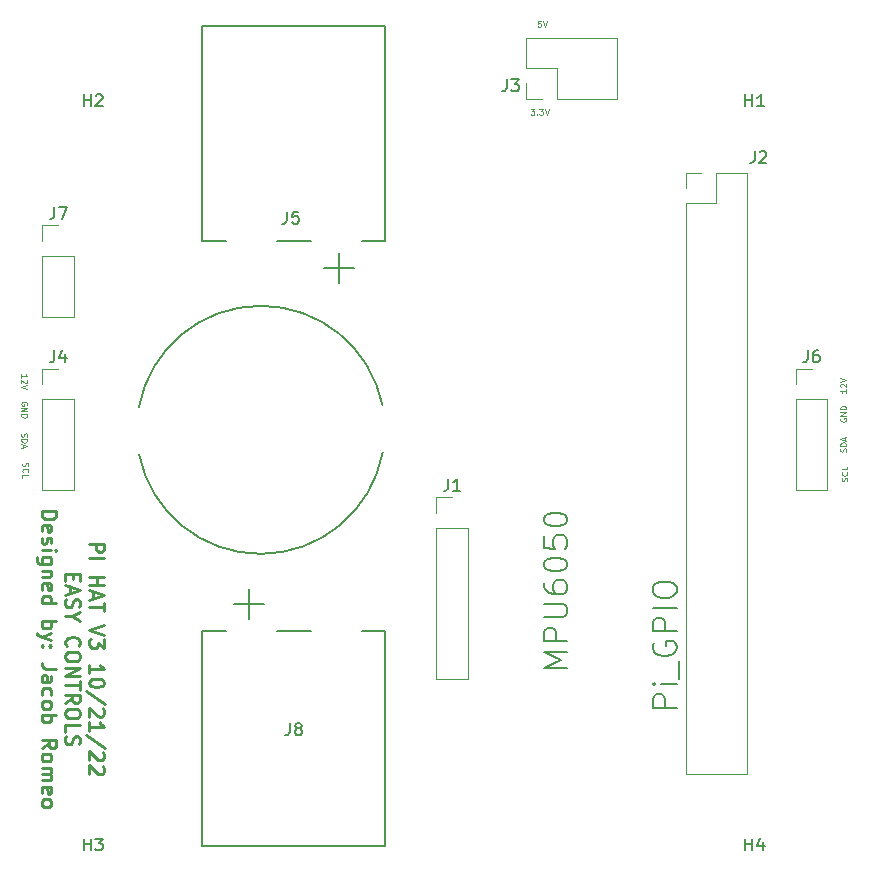
<source format=gbr>
%TF.GenerationSoftware,KiCad,Pcbnew,6.0.8-f2edbf62ab~116~ubuntu22.04.1*%
%TF.CreationDate,2022-11-02T14:53:59-04:00*%
%TF.ProjectId,Pi_HAT_V3,50695f48-4154-45f5-9633-2e6b69636164,rev?*%
%TF.SameCoordinates,Original*%
%TF.FileFunction,Legend,Top*%
%TF.FilePolarity,Positive*%
%FSLAX46Y46*%
G04 Gerber Fmt 4.6, Leading zero omitted, Abs format (unit mm)*
G04 Created by KiCad (PCBNEW 6.0.8-f2edbf62ab~116~ubuntu22.04.1) date 2022-11-02 14:53:59*
%MOMM*%
%LPD*%
G01*
G04 APERTURE LIST*
%ADD10C,0.150000*%
%ADD11C,0.100000*%
%ADD12C,0.250000*%
%ADD13C,0.120000*%
%ADD14C,0.127000*%
G04 APERTURE END LIST*
D10*
X139654761Y-120023809D02*
X137654761Y-120023809D01*
X139083333Y-119357142D01*
X137654761Y-118690476D01*
X139654761Y-118690476D01*
X139654761Y-117738095D02*
X137654761Y-117738095D01*
X137654761Y-116976190D01*
X137750000Y-116785714D01*
X137845238Y-116690476D01*
X138035714Y-116595238D01*
X138321428Y-116595238D01*
X138511904Y-116690476D01*
X138607142Y-116785714D01*
X138702380Y-116976190D01*
X138702380Y-117738095D01*
X137654761Y-115738095D02*
X139273809Y-115738095D01*
X139464285Y-115642857D01*
X139559523Y-115547619D01*
X139654761Y-115357142D01*
X139654761Y-114976190D01*
X139559523Y-114785714D01*
X139464285Y-114690476D01*
X139273809Y-114595238D01*
X137654761Y-114595238D01*
X137654761Y-112785714D02*
X137654761Y-113166666D01*
X137750000Y-113357142D01*
X137845238Y-113452380D01*
X138130952Y-113642857D01*
X138511904Y-113738095D01*
X139273809Y-113738095D01*
X139464285Y-113642857D01*
X139559523Y-113547619D01*
X139654761Y-113357142D01*
X139654761Y-112976190D01*
X139559523Y-112785714D01*
X139464285Y-112690476D01*
X139273809Y-112595238D01*
X138797619Y-112595238D01*
X138607142Y-112690476D01*
X138511904Y-112785714D01*
X138416666Y-112976190D01*
X138416666Y-113357142D01*
X138511904Y-113547619D01*
X138607142Y-113642857D01*
X138797619Y-113738095D01*
X137654761Y-111357142D02*
X137654761Y-111166666D01*
X137750000Y-110976190D01*
X137845238Y-110880952D01*
X138035714Y-110785714D01*
X138416666Y-110690476D01*
X138892857Y-110690476D01*
X139273809Y-110785714D01*
X139464285Y-110880952D01*
X139559523Y-110976190D01*
X139654761Y-111166666D01*
X139654761Y-111357142D01*
X139559523Y-111547619D01*
X139464285Y-111642857D01*
X139273809Y-111738095D01*
X138892857Y-111833333D01*
X138416666Y-111833333D01*
X138035714Y-111738095D01*
X137845238Y-111642857D01*
X137750000Y-111547619D01*
X137654761Y-111357142D01*
X137654761Y-108880952D02*
X137654761Y-109833333D01*
X138607142Y-109928571D01*
X138511904Y-109833333D01*
X138416666Y-109642857D01*
X138416666Y-109166666D01*
X138511904Y-108976190D01*
X138607142Y-108880952D01*
X138797619Y-108785714D01*
X139273809Y-108785714D01*
X139464285Y-108880952D01*
X139559523Y-108976190D01*
X139654761Y-109166666D01*
X139654761Y-109642857D01*
X139559523Y-109833333D01*
X139464285Y-109928571D01*
X137654761Y-107547619D02*
X137654761Y-107357142D01*
X137750000Y-107166666D01*
X137845238Y-107071428D01*
X138035714Y-106976190D01*
X138416666Y-106880952D01*
X138892857Y-106880952D01*
X139273809Y-106976190D01*
X139464285Y-107071428D01*
X139559523Y-107166666D01*
X139654761Y-107357142D01*
X139654761Y-107547619D01*
X139559523Y-107738095D01*
X139464285Y-107833333D01*
X139273809Y-107928571D01*
X138892857Y-108023809D01*
X138416666Y-108023809D01*
X138035714Y-107928571D01*
X137845238Y-107833333D01*
X137750000Y-107738095D01*
X137654761Y-107547619D01*
D11*
X136561904Y-72676190D02*
X136871428Y-72676190D01*
X136704761Y-72866666D01*
X136776190Y-72866666D01*
X136823809Y-72890476D01*
X136847619Y-72914285D01*
X136871428Y-72961904D01*
X136871428Y-73080952D01*
X136847619Y-73128571D01*
X136823809Y-73152380D01*
X136776190Y-73176190D01*
X136633333Y-73176190D01*
X136585714Y-73152380D01*
X136561904Y-73128571D01*
X137085714Y-73128571D02*
X137109523Y-73152380D01*
X137085714Y-73176190D01*
X137061904Y-73152380D01*
X137085714Y-73128571D01*
X137085714Y-73176190D01*
X137276190Y-72676190D02*
X137585714Y-72676190D01*
X137419047Y-72866666D01*
X137490476Y-72866666D01*
X137538095Y-72890476D01*
X137561904Y-72914285D01*
X137585714Y-72961904D01*
X137585714Y-73080952D01*
X137561904Y-73128571D01*
X137538095Y-73152380D01*
X137490476Y-73176190D01*
X137347619Y-73176190D01*
X137300000Y-73152380D01*
X137276190Y-73128571D01*
X137728571Y-72676190D02*
X137895238Y-73176190D01*
X138061904Y-72676190D01*
X137404761Y-65226190D02*
X137166666Y-65226190D01*
X137142857Y-65464285D01*
X137166666Y-65440476D01*
X137214285Y-65416666D01*
X137333333Y-65416666D01*
X137380952Y-65440476D01*
X137404761Y-65464285D01*
X137428571Y-65511904D01*
X137428571Y-65630952D01*
X137404761Y-65678571D01*
X137380952Y-65702380D01*
X137333333Y-65726190D01*
X137214285Y-65726190D01*
X137166666Y-65702380D01*
X137142857Y-65678571D01*
X137571428Y-65226190D02*
X137738095Y-65726190D01*
X137904761Y-65226190D01*
X163352380Y-104195238D02*
X163376190Y-104123809D01*
X163376190Y-104004761D01*
X163352380Y-103957142D01*
X163328571Y-103933333D01*
X163280952Y-103909523D01*
X163233333Y-103909523D01*
X163185714Y-103933333D01*
X163161904Y-103957142D01*
X163138095Y-104004761D01*
X163114285Y-104100000D01*
X163090476Y-104147619D01*
X163066666Y-104171428D01*
X163019047Y-104195238D01*
X162971428Y-104195238D01*
X162923809Y-104171428D01*
X162900000Y-104147619D01*
X162876190Y-104100000D01*
X162876190Y-103980952D01*
X162900000Y-103909523D01*
X163328571Y-103409523D02*
X163352380Y-103433333D01*
X163376190Y-103504761D01*
X163376190Y-103552380D01*
X163352380Y-103623809D01*
X163304761Y-103671428D01*
X163257142Y-103695238D01*
X163161904Y-103719047D01*
X163090476Y-103719047D01*
X162995238Y-103695238D01*
X162947619Y-103671428D01*
X162900000Y-103623809D01*
X162876190Y-103552380D01*
X162876190Y-103504761D01*
X162900000Y-103433333D01*
X162923809Y-103409523D01*
X163376190Y-102957142D02*
X163376190Y-103195238D01*
X162876190Y-103195238D01*
X93900000Y-97769047D02*
X93923809Y-97721428D01*
X93923809Y-97650000D01*
X93900000Y-97578571D01*
X93852380Y-97530952D01*
X93804761Y-97507142D01*
X93709523Y-97483333D01*
X93638095Y-97483333D01*
X93542857Y-97507142D01*
X93495238Y-97530952D01*
X93447619Y-97578571D01*
X93423809Y-97650000D01*
X93423809Y-97697619D01*
X93447619Y-97769047D01*
X93471428Y-97792857D01*
X93638095Y-97792857D01*
X93638095Y-97697619D01*
X93423809Y-98007142D02*
X93923809Y-98007142D01*
X93423809Y-98292857D01*
X93923809Y-98292857D01*
X93423809Y-98530952D02*
X93923809Y-98530952D01*
X93923809Y-98650000D01*
X93900000Y-98721428D01*
X93852380Y-98769047D01*
X93804761Y-98792857D01*
X93709523Y-98816666D01*
X93638095Y-98816666D01*
X93542857Y-98792857D01*
X93495238Y-98769047D01*
X93447619Y-98721428D01*
X93423809Y-98650000D01*
X93423809Y-98530952D01*
X163252380Y-101707142D02*
X163276190Y-101635714D01*
X163276190Y-101516666D01*
X163252380Y-101469047D01*
X163228571Y-101445238D01*
X163180952Y-101421428D01*
X163133333Y-101421428D01*
X163085714Y-101445238D01*
X163061904Y-101469047D01*
X163038095Y-101516666D01*
X163014285Y-101611904D01*
X162990476Y-101659523D01*
X162966666Y-101683333D01*
X162919047Y-101707142D01*
X162871428Y-101707142D01*
X162823809Y-101683333D01*
X162800000Y-101659523D01*
X162776190Y-101611904D01*
X162776190Y-101492857D01*
X162800000Y-101421428D01*
X163276190Y-101207142D02*
X162776190Y-101207142D01*
X162776190Y-101088095D01*
X162800000Y-101016666D01*
X162847619Y-100969047D01*
X162895238Y-100945238D01*
X162990476Y-100921428D01*
X163061904Y-100921428D01*
X163157142Y-100945238D01*
X163204761Y-100969047D01*
X163252380Y-101016666D01*
X163276190Y-101088095D01*
X163276190Y-101207142D01*
X163133333Y-100730952D02*
X163133333Y-100492857D01*
X163276190Y-100778571D02*
X162776190Y-100611904D01*
X163276190Y-100445238D01*
X93423809Y-95440476D02*
X93423809Y-95154761D01*
X93423809Y-95297619D02*
X93923809Y-95297619D01*
X93852380Y-95250000D01*
X93804761Y-95202380D01*
X93780952Y-95154761D01*
X93876190Y-95630952D02*
X93900000Y-95654761D01*
X93923809Y-95702380D01*
X93923809Y-95821428D01*
X93900000Y-95869047D01*
X93876190Y-95892857D01*
X93828571Y-95916666D01*
X93780952Y-95916666D01*
X93709523Y-95892857D01*
X93423809Y-95607142D01*
X93423809Y-95916666D01*
X93923809Y-96059523D02*
X93423809Y-96226190D01*
X93923809Y-96392857D01*
X93447619Y-100142857D02*
X93423809Y-100214285D01*
X93423809Y-100333333D01*
X93447619Y-100380952D01*
X93471428Y-100404761D01*
X93519047Y-100428571D01*
X93566666Y-100428571D01*
X93614285Y-100404761D01*
X93638095Y-100380952D01*
X93661904Y-100333333D01*
X93685714Y-100238095D01*
X93709523Y-100190476D01*
X93733333Y-100166666D01*
X93780952Y-100142857D01*
X93828571Y-100142857D01*
X93876190Y-100166666D01*
X93900000Y-100190476D01*
X93923809Y-100238095D01*
X93923809Y-100357142D01*
X93900000Y-100428571D01*
X93423809Y-100642857D02*
X93923809Y-100642857D01*
X93923809Y-100761904D01*
X93900000Y-100833333D01*
X93852380Y-100880952D01*
X93804761Y-100904761D01*
X93709523Y-100928571D01*
X93638095Y-100928571D01*
X93542857Y-100904761D01*
X93495238Y-100880952D01*
X93447619Y-100833333D01*
X93423809Y-100761904D01*
X93423809Y-100642857D01*
X93566666Y-101119047D02*
X93566666Y-101357142D01*
X93423809Y-101071428D02*
X93923809Y-101238095D01*
X93423809Y-101404761D01*
X93547619Y-102654761D02*
X93523809Y-102726190D01*
X93523809Y-102845238D01*
X93547619Y-102892857D01*
X93571428Y-102916666D01*
X93619047Y-102940476D01*
X93666666Y-102940476D01*
X93714285Y-102916666D01*
X93738095Y-102892857D01*
X93761904Y-102845238D01*
X93785714Y-102750000D01*
X93809523Y-102702380D01*
X93833333Y-102678571D01*
X93880952Y-102654761D01*
X93928571Y-102654761D01*
X93976190Y-102678571D01*
X94000000Y-102702380D01*
X94023809Y-102750000D01*
X94023809Y-102869047D01*
X94000000Y-102940476D01*
X93571428Y-103440476D02*
X93547619Y-103416666D01*
X93523809Y-103345238D01*
X93523809Y-103297619D01*
X93547619Y-103226190D01*
X93595238Y-103178571D01*
X93642857Y-103154761D01*
X93738095Y-103130952D01*
X93809523Y-103130952D01*
X93904761Y-103154761D01*
X93952380Y-103178571D01*
X94000000Y-103226190D01*
X94023809Y-103297619D01*
X94023809Y-103345238D01*
X94000000Y-103416666D01*
X93976190Y-103440476D01*
X93523809Y-103892857D02*
X93523809Y-103654761D01*
X94023809Y-103654761D01*
X162800000Y-98880952D02*
X162776190Y-98928571D01*
X162776190Y-99000000D01*
X162800000Y-99071428D01*
X162847619Y-99119047D01*
X162895238Y-99142857D01*
X162990476Y-99166666D01*
X163061904Y-99166666D01*
X163157142Y-99142857D01*
X163204761Y-99119047D01*
X163252380Y-99071428D01*
X163276190Y-99000000D01*
X163276190Y-98952380D01*
X163252380Y-98880952D01*
X163228571Y-98857142D01*
X163061904Y-98857142D01*
X163061904Y-98952380D01*
X163276190Y-98642857D02*
X162776190Y-98642857D01*
X163276190Y-98357142D01*
X162776190Y-98357142D01*
X163276190Y-98119047D02*
X162776190Y-98119047D01*
X162776190Y-98000000D01*
X162800000Y-97928571D01*
X162847619Y-97880952D01*
X162895238Y-97857142D01*
X162990476Y-97833333D01*
X163061904Y-97833333D01*
X163157142Y-97857142D01*
X163204761Y-97880952D01*
X163252380Y-97928571D01*
X163276190Y-98000000D01*
X163276190Y-98119047D01*
X163276190Y-96409523D02*
X163276190Y-96695238D01*
X163276190Y-96552380D02*
X162776190Y-96552380D01*
X162847619Y-96600000D01*
X162895238Y-96647619D01*
X162919047Y-96695238D01*
X162823809Y-96219047D02*
X162800000Y-96195238D01*
X162776190Y-96147619D01*
X162776190Y-96028571D01*
X162800000Y-95980952D01*
X162823809Y-95957142D01*
X162871428Y-95933333D01*
X162919047Y-95933333D01*
X162990476Y-95957142D01*
X163276190Y-96242857D01*
X163276190Y-95933333D01*
X162776190Y-95790476D02*
X163276190Y-95623809D01*
X162776190Y-95457142D01*
D12*
X99172023Y-109492857D02*
X100422023Y-109492857D01*
X100422023Y-109969047D01*
X100362500Y-110088095D01*
X100302976Y-110147619D01*
X100183928Y-110207142D01*
X100005357Y-110207142D01*
X99886309Y-110147619D01*
X99826785Y-110088095D01*
X99767261Y-109969047D01*
X99767261Y-109492857D01*
X99172023Y-110742857D02*
X100422023Y-110742857D01*
X99172023Y-112290476D02*
X100422023Y-112290476D01*
X99826785Y-112290476D02*
X99826785Y-113004761D01*
X99172023Y-113004761D02*
X100422023Y-113004761D01*
X99529166Y-113540476D02*
X99529166Y-114135714D01*
X99172023Y-113421428D02*
X100422023Y-113838095D01*
X99172023Y-114254761D01*
X100422023Y-114492857D02*
X100422023Y-115207142D01*
X99172023Y-114850000D02*
X100422023Y-114850000D01*
X100422023Y-116397619D02*
X99172023Y-116814285D01*
X100422023Y-117230952D01*
X100422023Y-117528571D02*
X100422023Y-118302380D01*
X99945833Y-117885714D01*
X99945833Y-118064285D01*
X99886309Y-118183333D01*
X99826785Y-118242857D01*
X99707738Y-118302380D01*
X99410119Y-118302380D01*
X99291071Y-118242857D01*
X99231547Y-118183333D01*
X99172023Y-118064285D01*
X99172023Y-117707142D01*
X99231547Y-117588095D01*
X99291071Y-117528571D01*
X99172023Y-120445238D02*
X99172023Y-119730952D01*
X99172023Y-120088095D02*
X100422023Y-120088095D01*
X100243452Y-119969047D01*
X100124404Y-119849999D01*
X100064880Y-119730952D01*
X100422023Y-121219047D02*
X100422023Y-121338095D01*
X100362500Y-121457142D01*
X100302976Y-121516666D01*
X100183928Y-121576190D01*
X99945833Y-121635714D01*
X99648214Y-121635714D01*
X99410119Y-121576190D01*
X99291071Y-121516666D01*
X99231547Y-121457142D01*
X99172023Y-121338095D01*
X99172023Y-121219047D01*
X99231547Y-121099999D01*
X99291071Y-121040476D01*
X99410119Y-120980952D01*
X99648214Y-120921428D01*
X99945833Y-120921428D01*
X100183928Y-120980952D01*
X100302976Y-121040476D01*
X100362500Y-121099999D01*
X100422023Y-121219047D01*
X100481547Y-123064285D02*
X98874404Y-121992857D01*
X100302976Y-123421428D02*
X100362500Y-123480952D01*
X100422023Y-123599999D01*
X100422023Y-123897619D01*
X100362500Y-124016666D01*
X100302976Y-124076190D01*
X100183928Y-124135714D01*
X100064880Y-124135714D01*
X99886309Y-124076190D01*
X99172023Y-123361904D01*
X99172023Y-124135714D01*
X99172023Y-125326190D02*
X99172023Y-124611904D01*
X99172023Y-124969047D02*
X100422023Y-124969047D01*
X100243452Y-124849999D01*
X100124404Y-124730952D01*
X100064880Y-124611904D01*
X100481547Y-126754761D02*
X98874404Y-125683333D01*
X100302976Y-127111904D02*
X100362500Y-127171428D01*
X100422023Y-127290476D01*
X100422023Y-127588095D01*
X100362500Y-127707142D01*
X100302976Y-127766666D01*
X100183928Y-127826190D01*
X100064880Y-127826190D01*
X99886309Y-127766666D01*
X99172023Y-127052380D01*
X99172023Y-127826190D01*
X100302976Y-128302380D02*
X100362500Y-128361904D01*
X100422023Y-128480952D01*
X100422023Y-128778571D01*
X100362500Y-128897619D01*
X100302976Y-128957142D01*
X100183928Y-129016666D01*
X100064880Y-129016666D01*
X99886309Y-128957142D01*
X99172023Y-128242857D01*
X99172023Y-129016666D01*
X97814285Y-112022619D02*
X97814285Y-112439285D01*
X97159523Y-112617857D02*
X97159523Y-112022619D01*
X98409523Y-112022619D01*
X98409523Y-112617857D01*
X97516666Y-113094047D02*
X97516666Y-113689285D01*
X97159523Y-112975000D02*
X98409523Y-113391666D01*
X97159523Y-113808333D01*
X97219047Y-114165476D02*
X97159523Y-114344047D01*
X97159523Y-114641666D01*
X97219047Y-114760714D01*
X97278571Y-114820238D01*
X97397619Y-114879761D01*
X97516666Y-114879761D01*
X97635714Y-114820238D01*
X97695238Y-114760714D01*
X97754761Y-114641666D01*
X97814285Y-114403571D01*
X97873809Y-114284523D01*
X97933333Y-114225000D01*
X98052380Y-114165476D01*
X98171428Y-114165476D01*
X98290476Y-114225000D01*
X98350000Y-114284523D01*
X98409523Y-114403571D01*
X98409523Y-114701190D01*
X98350000Y-114879761D01*
X97754761Y-115653571D02*
X97159523Y-115653571D01*
X98409523Y-115236904D02*
X97754761Y-115653571D01*
X98409523Y-116070238D01*
X97278571Y-118153571D02*
X97219047Y-118094047D01*
X97159523Y-117915476D01*
X97159523Y-117796428D01*
X97219047Y-117617857D01*
X97338095Y-117498809D01*
X97457142Y-117439285D01*
X97695238Y-117379761D01*
X97873809Y-117379761D01*
X98111904Y-117439285D01*
X98230952Y-117498809D01*
X98350000Y-117617857D01*
X98409523Y-117796428D01*
X98409523Y-117915476D01*
X98350000Y-118094047D01*
X98290476Y-118153571D01*
X98409523Y-118927380D02*
X98409523Y-119165476D01*
X98350000Y-119284523D01*
X98230952Y-119403571D01*
X97992857Y-119463095D01*
X97576190Y-119463095D01*
X97338095Y-119403571D01*
X97219047Y-119284523D01*
X97159523Y-119165476D01*
X97159523Y-118927380D01*
X97219047Y-118808333D01*
X97338095Y-118689285D01*
X97576190Y-118629761D01*
X97992857Y-118629761D01*
X98230952Y-118689285D01*
X98350000Y-118808333D01*
X98409523Y-118927380D01*
X97159523Y-119998809D02*
X98409523Y-119998809D01*
X97159523Y-120713095D01*
X98409523Y-120713095D01*
X98409523Y-121129761D02*
X98409523Y-121844047D01*
X97159523Y-121486904D02*
X98409523Y-121486904D01*
X97159523Y-122975000D02*
X97754761Y-122558333D01*
X97159523Y-122260714D02*
X98409523Y-122260714D01*
X98409523Y-122736904D01*
X98350000Y-122855952D01*
X98290476Y-122915476D01*
X98171428Y-122975000D01*
X97992857Y-122975000D01*
X97873809Y-122915476D01*
X97814285Y-122855952D01*
X97754761Y-122736904D01*
X97754761Y-122260714D01*
X98409523Y-123748809D02*
X98409523Y-123986904D01*
X98350000Y-124105952D01*
X98230952Y-124225000D01*
X97992857Y-124284523D01*
X97576190Y-124284523D01*
X97338095Y-124225000D01*
X97219047Y-124105952D01*
X97159523Y-123986904D01*
X97159523Y-123748809D01*
X97219047Y-123629761D01*
X97338095Y-123510714D01*
X97576190Y-123451190D01*
X97992857Y-123451190D01*
X98230952Y-123510714D01*
X98350000Y-123629761D01*
X98409523Y-123748809D01*
X97159523Y-125415476D02*
X97159523Y-124820238D01*
X98409523Y-124820238D01*
X97219047Y-125772619D02*
X97159523Y-125951190D01*
X97159523Y-126248809D01*
X97219047Y-126367857D01*
X97278571Y-126427380D01*
X97397619Y-126486904D01*
X97516666Y-126486904D01*
X97635714Y-126427380D01*
X97695238Y-126367857D01*
X97754761Y-126248809D01*
X97814285Y-126010714D01*
X97873809Y-125891666D01*
X97933333Y-125832142D01*
X98052380Y-125772619D01*
X98171428Y-125772619D01*
X98290476Y-125832142D01*
X98350000Y-125891666D01*
X98409523Y-126010714D01*
X98409523Y-126308333D01*
X98350000Y-126486904D01*
X95147023Y-106725000D02*
X96397023Y-106725000D01*
X96397023Y-107022619D01*
X96337500Y-107201190D01*
X96218452Y-107320238D01*
X96099404Y-107379761D01*
X95861309Y-107439285D01*
X95682738Y-107439285D01*
X95444642Y-107379761D01*
X95325595Y-107320238D01*
X95206547Y-107201190D01*
X95147023Y-107022619D01*
X95147023Y-106725000D01*
X95206547Y-108451190D02*
X95147023Y-108332142D01*
X95147023Y-108094047D01*
X95206547Y-107975000D01*
X95325595Y-107915476D01*
X95801785Y-107915476D01*
X95920833Y-107975000D01*
X95980357Y-108094047D01*
X95980357Y-108332142D01*
X95920833Y-108451190D01*
X95801785Y-108510714D01*
X95682738Y-108510714D01*
X95563690Y-107915476D01*
X95206547Y-108986904D02*
X95147023Y-109105952D01*
X95147023Y-109344047D01*
X95206547Y-109463095D01*
X95325595Y-109522619D01*
X95385119Y-109522619D01*
X95504166Y-109463095D01*
X95563690Y-109344047D01*
X95563690Y-109165476D01*
X95623214Y-109046428D01*
X95742261Y-108986904D01*
X95801785Y-108986904D01*
X95920833Y-109046428D01*
X95980357Y-109165476D01*
X95980357Y-109344047D01*
X95920833Y-109463095D01*
X95147023Y-110058333D02*
X95980357Y-110058333D01*
X96397023Y-110058333D02*
X96337500Y-109998809D01*
X96277976Y-110058333D01*
X96337500Y-110117857D01*
X96397023Y-110058333D01*
X96277976Y-110058333D01*
X95980357Y-111189285D02*
X94968452Y-111189285D01*
X94849404Y-111129761D01*
X94789880Y-111070238D01*
X94730357Y-110951190D01*
X94730357Y-110772619D01*
X94789880Y-110653571D01*
X95206547Y-111189285D02*
X95147023Y-111070238D01*
X95147023Y-110832142D01*
X95206547Y-110713095D01*
X95266071Y-110653571D01*
X95385119Y-110594047D01*
X95742261Y-110594047D01*
X95861309Y-110653571D01*
X95920833Y-110713095D01*
X95980357Y-110832142D01*
X95980357Y-111070238D01*
X95920833Y-111189285D01*
X95980357Y-111784523D02*
X95147023Y-111784523D01*
X95861309Y-111784523D02*
X95920833Y-111844047D01*
X95980357Y-111963095D01*
X95980357Y-112141666D01*
X95920833Y-112260714D01*
X95801785Y-112320238D01*
X95147023Y-112320238D01*
X95206547Y-113391666D02*
X95147023Y-113272619D01*
X95147023Y-113034523D01*
X95206547Y-112915476D01*
X95325595Y-112855952D01*
X95801785Y-112855952D01*
X95920833Y-112915476D01*
X95980357Y-113034523D01*
X95980357Y-113272619D01*
X95920833Y-113391666D01*
X95801785Y-113451190D01*
X95682738Y-113451190D01*
X95563690Y-112855952D01*
X95147023Y-114522619D02*
X96397023Y-114522619D01*
X95206547Y-114522619D02*
X95147023Y-114403571D01*
X95147023Y-114165476D01*
X95206547Y-114046428D01*
X95266071Y-113986904D01*
X95385119Y-113927380D01*
X95742261Y-113927380D01*
X95861309Y-113986904D01*
X95920833Y-114046428D01*
X95980357Y-114165476D01*
X95980357Y-114403571D01*
X95920833Y-114522619D01*
X95147023Y-116070238D02*
X96397023Y-116070238D01*
X95920833Y-116070238D02*
X95980357Y-116189285D01*
X95980357Y-116427380D01*
X95920833Y-116546428D01*
X95861309Y-116605952D01*
X95742261Y-116665476D01*
X95385119Y-116665476D01*
X95266071Y-116605952D01*
X95206547Y-116546428D01*
X95147023Y-116427380D01*
X95147023Y-116189285D01*
X95206547Y-116070238D01*
X95980357Y-117082142D02*
X95147023Y-117379761D01*
X95980357Y-117677380D02*
X95147023Y-117379761D01*
X94849404Y-117260714D01*
X94789880Y-117201190D01*
X94730357Y-117082142D01*
X95266071Y-118153571D02*
X95206547Y-118213095D01*
X95147023Y-118153571D01*
X95206547Y-118094047D01*
X95266071Y-118153571D01*
X95147023Y-118153571D01*
X95920833Y-118153571D02*
X95861309Y-118213095D01*
X95801785Y-118153571D01*
X95861309Y-118094047D01*
X95920833Y-118153571D01*
X95801785Y-118153571D01*
X96397023Y-120058333D02*
X95504166Y-120058333D01*
X95325595Y-119998809D01*
X95206547Y-119879761D01*
X95147023Y-119701190D01*
X95147023Y-119582142D01*
X95147023Y-121189285D02*
X95801785Y-121189285D01*
X95920833Y-121129761D01*
X95980357Y-121010714D01*
X95980357Y-120772619D01*
X95920833Y-120653571D01*
X95206547Y-121189285D02*
X95147023Y-121070238D01*
X95147023Y-120772619D01*
X95206547Y-120653571D01*
X95325595Y-120594047D01*
X95444642Y-120594047D01*
X95563690Y-120653571D01*
X95623214Y-120772619D01*
X95623214Y-121070238D01*
X95682738Y-121189285D01*
X95206547Y-122320238D02*
X95147023Y-122201190D01*
X95147023Y-121963095D01*
X95206547Y-121844047D01*
X95266071Y-121784523D01*
X95385119Y-121725000D01*
X95742261Y-121725000D01*
X95861309Y-121784523D01*
X95920833Y-121844047D01*
X95980357Y-121963095D01*
X95980357Y-122201190D01*
X95920833Y-122320238D01*
X95147023Y-123034523D02*
X95206547Y-122915476D01*
X95266071Y-122855952D01*
X95385119Y-122796428D01*
X95742261Y-122796428D01*
X95861309Y-122855952D01*
X95920833Y-122915476D01*
X95980357Y-123034523D01*
X95980357Y-123213095D01*
X95920833Y-123332142D01*
X95861309Y-123391666D01*
X95742261Y-123451190D01*
X95385119Y-123451190D01*
X95266071Y-123391666D01*
X95206547Y-123332142D01*
X95147023Y-123213095D01*
X95147023Y-123034523D01*
X95147023Y-123986904D02*
X96397023Y-123986904D01*
X95920833Y-123986904D02*
X95980357Y-124105952D01*
X95980357Y-124344047D01*
X95920833Y-124463095D01*
X95861309Y-124522619D01*
X95742261Y-124582142D01*
X95385119Y-124582142D01*
X95266071Y-124522619D01*
X95206547Y-124463095D01*
X95147023Y-124344047D01*
X95147023Y-124105952D01*
X95206547Y-123986904D01*
X95147023Y-126784523D02*
X95742261Y-126367857D01*
X95147023Y-126070238D02*
X96397023Y-126070238D01*
X96397023Y-126546428D01*
X96337500Y-126665476D01*
X96277976Y-126725000D01*
X96158928Y-126784523D01*
X95980357Y-126784523D01*
X95861309Y-126725000D01*
X95801785Y-126665476D01*
X95742261Y-126546428D01*
X95742261Y-126070238D01*
X95147023Y-127498809D02*
X95206547Y-127379761D01*
X95266071Y-127320238D01*
X95385119Y-127260714D01*
X95742261Y-127260714D01*
X95861309Y-127320238D01*
X95920833Y-127379761D01*
X95980357Y-127498809D01*
X95980357Y-127677380D01*
X95920833Y-127796428D01*
X95861309Y-127855952D01*
X95742261Y-127915476D01*
X95385119Y-127915476D01*
X95266071Y-127855952D01*
X95206547Y-127796428D01*
X95147023Y-127677380D01*
X95147023Y-127498809D01*
X95147023Y-128451190D02*
X95980357Y-128451190D01*
X95861309Y-128451190D02*
X95920833Y-128510714D01*
X95980357Y-128629761D01*
X95980357Y-128808333D01*
X95920833Y-128927380D01*
X95801785Y-128986904D01*
X95147023Y-128986904D01*
X95801785Y-128986904D02*
X95920833Y-129046428D01*
X95980357Y-129165476D01*
X95980357Y-129344047D01*
X95920833Y-129463095D01*
X95801785Y-129522619D01*
X95147023Y-129522619D01*
X95206547Y-130594047D02*
X95147023Y-130475000D01*
X95147023Y-130236904D01*
X95206547Y-130117857D01*
X95325595Y-130058333D01*
X95801785Y-130058333D01*
X95920833Y-130117857D01*
X95980357Y-130236904D01*
X95980357Y-130475000D01*
X95920833Y-130594047D01*
X95801785Y-130653571D01*
X95682738Y-130653571D01*
X95563690Y-130058333D01*
X95147023Y-131367857D02*
X95206547Y-131248809D01*
X95266071Y-131189285D01*
X95385119Y-131129761D01*
X95742261Y-131129761D01*
X95861309Y-131189285D01*
X95920833Y-131248809D01*
X95980357Y-131367857D01*
X95980357Y-131546428D01*
X95920833Y-131665476D01*
X95861309Y-131725000D01*
X95742261Y-131784523D01*
X95385119Y-131784523D01*
X95266071Y-131725000D01*
X95206547Y-131665476D01*
X95147023Y-131546428D01*
X95147023Y-131367857D01*
D10*
%TO.C,J3*%
X134541666Y-70177380D02*
X134541666Y-70891666D01*
X134494047Y-71034523D01*
X134398809Y-71129761D01*
X134255952Y-71177380D01*
X134160714Y-71177380D01*
X134922619Y-70177380D02*
X135541666Y-70177380D01*
X135208333Y-70558333D01*
X135351190Y-70558333D01*
X135446428Y-70605952D01*
X135494047Y-70653571D01*
X135541666Y-70748809D01*
X135541666Y-70986904D01*
X135494047Y-71082142D01*
X135446428Y-71129761D01*
X135351190Y-71177380D01*
X135065476Y-71177380D01*
X134970238Y-71129761D01*
X134922619Y-71082142D01*
%TO.C,H1*%
X154738095Y-72452380D02*
X154738095Y-71452380D01*
X154738095Y-71928571D02*
X155309523Y-71928571D01*
X155309523Y-72452380D02*
X155309523Y-71452380D01*
X156309523Y-72452380D02*
X155738095Y-72452380D01*
X156023809Y-72452380D02*
X156023809Y-71452380D01*
X155928571Y-71595238D01*
X155833333Y-71690476D01*
X155738095Y-71738095D01*
%TO.C,H2*%
X98738095Y-72452380D02*
X98738095Y-71452380D01*
X98738095Y-71928571D02*
X99309523Y-71928571D01*
X99309523Y-72452380D02*
X99309523Y-71452380D01*
X99738095Y-71547619D02*
X99785714Y-71500000D01*
X99880952Y-71452380D01*
X100119047Y-71452380D01*
X100214285Y-71500000D01*
X100261904Y-71547619D01*
X100309523Y-71642857D01*
X100309523Y-71738095D01*
X100261904Y-71880952D01*
X99690476Y-72452380D01*
X100309523Y-72452380D01*
%TO.C,H3*%
X98738095Y-135452380D02*
X98738095Y-134452380D01*
X98738095Y-134928571D02*
X99309523Y-134928571D01*
X99309523Y-135452380D02*
X99309523Y-134452380D01*
X99690476Y-134452380D02*
X100309523Y-134452380D01*
X99976190Y-134833333D01*
X100119047Y-134833333D01*
X100214285Y-134880952D01*
X100261904Y-134928571D01*
X100309523Y-135023809D01*
X100309523Y-135261904D01*
X100261904Y-135357142D01*
X100214285Y-135404761D01*
X100119047Y-135452380D01*
X99833333Y-135452380D01*
X99738095Y-135404761D01*
X99690476Y-135357142D01*
%TO.C,J1*%
X129566666Y-104022380D02*
X129566666Y-104736666D01*
X129519047Y-104879523D01*
X129423809Y-104974761D01*
X129280952Y-105022380D01*
X129185714Y-105022380D01*
X130566666Y-105022380D02*
X129995238Y-105022380D01*
X130280952Y-105022380D02*
X130280952Y-104022380D01*
X130185714Y-104165238D01*
X130090476Y-104260476D01*
X129995238Y-104308095D01*
%TO.C,H4*%
X154738095Y-135452380D02*
X154738095Y-134452380D01*
X154738095Y-134928571D02*
X155309523Y-134928571D01*
X155309523Y-135452380D02*
X155309523Y-134452380D01*
X156214285Y-134785714D02*
X156214285Y-135452380D01*
X155976190Y-134404761D02*
X155738095Y-135119047D01*
X156357142Y-135119047D01*
%TO.C,J2*%
X155516666Y-76252380D02*
X155516666Y-76966666D01*
X155469047Y-77109523D01*
X155373809Y-77204761D01*
X155230952Y-77252380D01*
X155135714Y-77252380D01*
X155945238Y-76347619D02*
X155992857Y-76300000D01*
X156088095Y-76252380D01*
X156326190Y-76252380D01*
X156421428Y-76300000D01*
X156469047Y-76347619D01*
X156516666Y-76442857D01*
X156516666Y-76538095D01*
X156469047Y-76680952D01*
X155897619Y-77252380D01*
X156516666Y-77252380D01*
X148904761Y-123385714D02*
X146904761Y-123385714D01*
X146904761Y-122623809D01*
X147000000Y-122433333D01*
X147095238Y-122338095D01*
X147285714Y-122242857D01*
X147571428Y-122242857D01*
X147761904Y-122338095D01*
X147857142Y-122433333D01*
X147952380Y-122623809D01*
X147952380Y-123385714D01*
X148904761Y-121385714D02*
X147571428Y-121385714D01*
X146904761Y-121385714D02*
X147000000Y-121480952D01*
X147095238Y-121385714D01*
X147000000Y-121290476D01*
X146904761Y-121385714D01*
X147095238Y-121385714D01*
X149095238Y-120909523D02*
X149095238Y-119385714D01*
X147000000Y-117861904D02*
X146904761Y-118052380D01*
X146904761Y-118338095D01*
X147000000Y-118623809D01*
X147190476Y-118814285D01*
X147380952Y-118909523D01*
X147761904Y-119004761D01*
X148047619Y-119004761D01*
X148428571Y-118909523D01*
X148619047Y-118814285D01*
X148809523Y-118623809D01*
X148904761Y-118338095D01*
X148904761Y-118147619D01*
X148809523Y-117861904D01*
X148714285Y-117766666D01*
X148047619Y-117766666D01*
X148047619Y-118147619D01*
X148904761Y-116909523D02*
X146904761Y-116909523D01*
X146904761Y-116147619D01*
X147000000Y-115957142D01*
X147095238Y-115861904D01*
X147285714Y-115766666D01*
X147571428Y-115766666D01*
X147761904Y-115861904D01*
X147857142Y-115957142D01*
X147952380Y-116147619D01*
X147952380Y-116909523D01*
X148904761Y-114909523D02*
X146904761Y-114909523D01*
X146904761Y-113576190D02*
X146904761Y-113195238D01*
X147000000Y-113004761D01*
X147190476Y-112814285D01*
X147571428Y-112719047D01*
X148238095Y-112719047D01*
X148619047Y-112814285D01*
X148809523Y-113004761D01*
X148904761Y-113195238D01*
X148904761Y-113576190D01*
X148809523Y-113766666D01*
X148619047Y-113957142D01*
X148238095Y-114052380D01*
X147571428Y-114052380D01*
X147190476Y-113957142D01*
X147000000Y-113766666D01*
X146904761Y-113576190D01*
%TO.C,J4*%
X96216666Y-93122380D02*
X96216666Y-93836666D01*
X96169047Y-93979523D01*
X96073809Y-94074761D01*
X95930952Y-94122380D01*
X95835714Y-94122380D01*
X97121428Y-93455714D02*
X97121428Y-94122380D01*
X96883333Y-93074761D02*
X96645238Y-93789047D01*
X97264285Y-93789047D01*
%TO.C,J5*%
X115916519Y-81386389D02*
X115916519Y-82100990D01*
X115868879Y-82243910D01*
X115773599Y-82339190D01*
X115630679Y-82386830D01*
X115535399Y-82386830D01*
X116869320Y-81386389D02*
X116392920Y-81386389D01*
X116345280Y-81862789D01*
X116392920Y-81815149D01*
X116488200Y-81767509D01*
X116726400Y-81767509D01*
X116821680Y-81815149D01*
X116869320Y-81862789D01*
X116916960Y-81958070D01*
X116916960Y-82196270D01*
X116869320Y-82291550D01*
X116821680Y-82339190D01*
X116726400Y-82386830D01*
X116488200Y-82386830D01*
X116392920Y-82339190D01*
X116345280Y-82291550D01*
%TO.C,J8*%
X116166519Y-124702139D02*
X116166519Y-125416740D01*
X116118879Y-125559660D01*
X116023599Y-125654940D01*
X115880679Y-125702580D01*
X115785399Y-125702580D01*
X116785840Y-125130899D02*
X116690560Y-125083259D01*
X116642920Y-125035619D01*
X116595280Y-124940339D01*
X116595280Y-124892699D01*
X116642920Y-124797419D01*
X116690560Y-124749779D01*
X116785840Y-124702139D01*
X116976400Y-124702139D01*
X117071680Y-124749779D01*
X117119320Y-124797419D01*
X117166960Y-124892699D01*
X117166960Y-124940339D01*
X117119320Y-125035619D01*
X117071680Y-125083259D01*
X116976400Y-125130899D01*
X116785840Y-125130899D01*
X116690560Y-125178539D01*
X116642920Y-125226179D01*
X116595280Y-125321460D01*
X116595280Y-125512020D01*
X116642920Y-125607300D01*
X116690560Y-125654940D01*
X116785840Y-125702580D01*
X116976400Y-125702580D01*
X117071680Y-125654940D01*
X117119320Y-125607300D01*
X117166960Y-125512020D01*
X117166960Y-125321460D01*
X117119320Y-125226179D01*
X117071680Y-125178539D01*
X116976400Y-125130899D01*
%TO.C,J6*%
X160016666Y-93122380D02*
X160016666Y-93836666D01*
X159969047Y-93979523D01*
X159873809Y-94074761D01*
X159730952Y-94122380D01*
X159635714Y-94122380D01*
X160921428Y-93122380D02*
X160730952Y-93122380D01*
X160635714Y-93170000D01*
X160588095Y-93217619D01*
X160492857Y-93360476D01*
X160445238Y-93550952D01*
X160445238Y-93931904D01*
X160492857Y-94027142D01*
X160540476Y-94074761D01*
X160635714Y-94122380D01*
X160826190Y-94122380D01*
X160921428Y-94074761D01*
X160969047Y-94027142D01*
X161016666Y-93931904D01*
X161016666Y-93693809D01*
X160969047Y-93598571D01*
X160921428Y-93550952D01*
X160826190Y-93503333D01*
X160635714Y-93503333D01*
X160540476Y-93550952D01*
X160492857Y-93598571D01*
X160445238Y-93693809D01*
%TO.C,J7*%
X96216666Y-80997380D02*
X96216666Y-81711666D01*
X96169047Y-81854523D01*
X96073809Y-81949761D01*
X95930952Y-81997380D01*
X95835714Y-81997380D01*
X96597619Y-80997380D02*
X97264285Y-80997380D01*
X96835714Y-81997380D01*
D13*
%TO.C,J3*%
X136145000Y-66655000D02*
X143885000Y-66655000D01*
X137475000Y-71855000D02*
X136145000Y-71855000D01*
X138745000Y-69255000D02*
X136145000Y-69255000D01*
X138745000Y-71855000D02*
X138745000Y-69255000D01*
X136145000Y-71855000D02*
X136145000Y-70525000D01*
X136145000Y-69255000D02*
X136145000Y-66655000D01*
X143885000Y-71855000D02*
X143885000Y-66655000D01*
X138745000Y-71855000D02*
X143885000Y-71855000D01*
%TO.C,J1*%
X128570000Y-108170000D02*
X128570000Y-120930000D01*
X131230000Y-108170000D02*
X131230000Y-120930000D01*
X128570000Y-120930000D02*
X131230000Y-120930000D01*
X128570000Y-105570000D02*
X129900000Y-105570000D01*
X128570000Y-106900000D02*
X128570000Y-105570000D01*
X128570000Y-108170000D02*
X131230000Y-108170000D01*
%TO.C,J2*%
X152270000Y-80670000D02*
X152270000Y-78070000D01*
X154870000Y-78070000D02*
X154870000Y-128990000D01*
X152270000Y-78070000D02*
X154870000Y-78070000D01*
X149670000Y-78070000D02*
X151000000Y-78070000D01*
X149670000Y-80670000D02*
X149670000Y-128990000D01*
X149670000Y-80670000D02*
X152270000Y-80670000D01*
X149670000Y-79400000D02*
X149670000Y-78070000D01*
X149670000Y-128990000D02*
X154870000Y-128990000D01*
%TO.C,J4*%
X95220000Y-96000000D02*
X95220000Y-94670000D01*
X95220000Y-97270000D02*
X95220000Y-104950000D01*
X95220000Y-94670000D02*
X96550000Y-94670000D01*
X95220000Y-97270000D02*
X97880000Y-97270000D01*
X97880000Y-97270000D02*
X97880000Y-104950000D01*
X95220000Y-104950000D02*
X97880000Y-104950000D01*
D14*
%TO.C,J5*%
X120310000Y-86160000D02*
X120310000Y-87430000D01*
X108750000Y-65650000D02*
X108750000Y-83850000D01*
X115078000Y-83850000D02*
X117922000Y-83850000D01*
X124250000Y-83850000D02*
X124250000Y-65650000D01*
X108750000Y-83850000D02*
X110722000Y-83850000D01*
X124250000Y-83850000D02*
X122278000Y-83850000D01*
X120310000Y-86160000D02*
X120310000Y-84890000D01*
X124250000Y-65650000D02*
X108750000Y-65650000D01*
X119040000Y-86160000D02*
X120310000Y-86160000D01*
X121580000Y-86160000D02*
X120310000Y-86160000D01*
%TO.C,J8*%
X112690000Y-114590000D02*
X112690000Y-113320000D01*
X108750000Y-116900000D02*
X108750000Y-135100000D01*
X108750000Y-116900000D02*
X110722000Y-116900000D01*
X117922000Y-116900000D02*
X115078000Y-116900000D01*
X124250000Y-116900000D02*
X122278000Y-116900000D01*
X113960000Y-114590000D02*
X112690000Y-114590000D01*
X108750000Y-135100000D02*
X124250000Y-135100000D01*
X124250000Y-135100000D02*
X124250000Y-116900000D01*
X112690000Y-114590000D02*
X112690000Y-115860000D01*
X111420000Y-114590000D02*
X112690000Y-114590000D01*
%TO.C,L2*%
X124000001Y-97750000D02*
G75*
G03*
X113699999Y-89350000I-10292715J-2105947D01*
G01*
X113700000Y-89349999D02*
G75*
G03*
X103380000Y-97930000I1755J-10498545D01*
G01*
X103399999Y-101950000D02*
G75*
G03*
X113700001Y-110350000I10292715J2105947D01*
G01*
X113700000Y-110350001D02*
G75*
G03*
X124020000Y-101770000I-1755J10498545D01*
G01*
D13*
%TO.C,J6*%
X161680000Y-97270000D02*
X161680000Y-104950000D01*
X159020000Y-104950000D02*
X161680000Y-104950000D01*
X159020000Y-96000000D02*
X159020000Y-94670000D01*
X159020000Y-97270000D02*
X161680000Y-97270000D01*
X159020000Y-94670000D02*
X160350000Y-94670000D01*
X159020000Y-97270000D02*
X159020000Y-104950000D01*
%TO.C,J7*%
X95220000Y-82545000D02*
X96550000Y-82545000D01*
X95220000Y-83875000D02*
X95220000Y-82545000D01*
X95220000Y-85145000D02*
X95220000Y-90285000D01*
X95220000Y-85145000D02*
X97880000Y-85145000D01*
X95220000Y-90285000D02*
X97880000Y-90285000D01*
X97880000Y-85145000D02*
X97880000Y-90285000D01*
%TD*%
M02*

</source>
